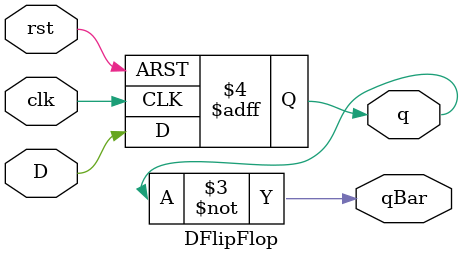
<source format=v>
module DFlipFlop(q, qBar, D, clk, rst);
	input D, clk, rst;
	output q, qBar;
	reg q;
	not n1 (qBar, q);
		always@ (negedge rst or posedge clk)
		begin
			if(!rst)
				q = 0;
			else
				q = D;
		end
endmodule
</source>
